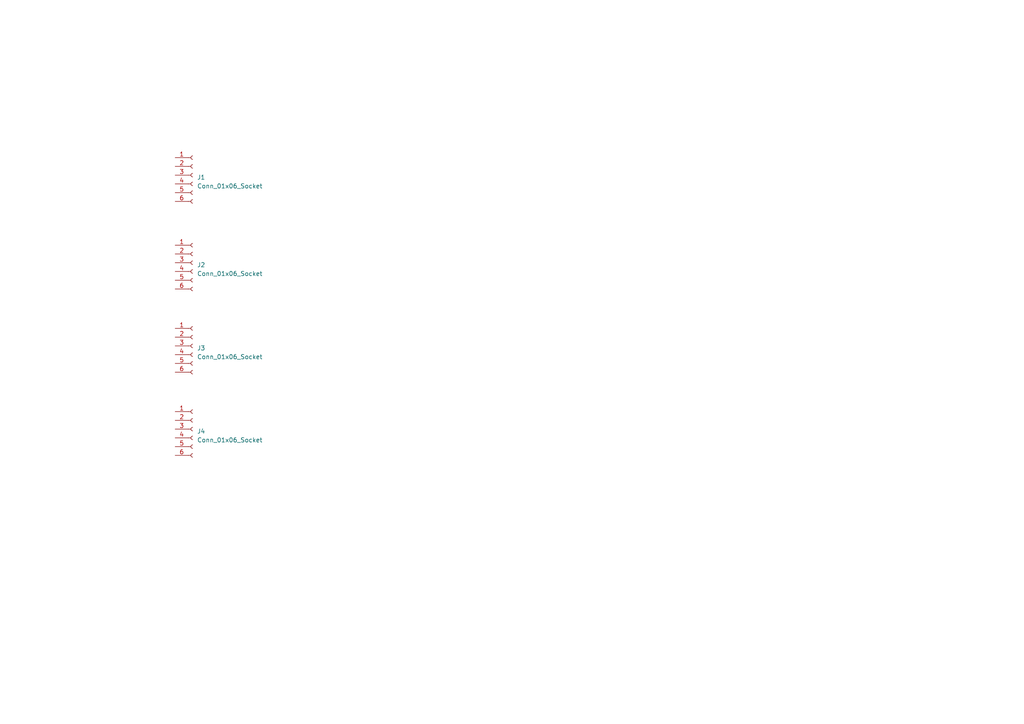
<source format=kicad_sch>
(kicad_sch (version 20230121) (generator eeschema)
  (paper "A4")
  (lib_symbols
    (symbol "Connector:Conn_01x06_Socket" (pin_names (offset 1.016) hide)
      (property "Reference" "J" (at 0 7.62 0))
      (property "Value" "Conn_01x06_Socket" (at 0 -10.16 0))
      (symbol "Conn_01x06_Socket_1_1"
        (arc (start 0 -7.112) (mid -0.5058 -7.62) (end 0 -8.128) (stroke (width 0.1524)))
        (arc (start 0 -4.572) (mid -0.5058 -5.08) (end 0 -5.588) (stroke (width 0.1524)))
        (arc (start 0 -2.032) (mid -0.5058 -2.54) (end 0 -3.048) (stroke (width 0.1524)))
        (polyline (pts (xy -1.27 -7.62) (xy -0.508 -7.62)) (stroke (width 0.1524)))
        (polyline (pts (xy -1.27 -5.08) (xy -0.508 -5.08)) (stroke (width 0.1524)))
        (polyline (pts (xy -1.27 -2.54) (xy -0.508 -2.54)) (stroke (width 0.1524)))
        (polyline (pts (xy -1.27 0) (xy -0.508 0)) (stroke (width 0.1524)))
        (polyline (pts (xy -1.27 2.54) (xy -0.508 2.54)) (stroke (width 0.1524)))
        (polyline (pts (xy -1.27 5.08) (xy -0.508 5.08)) (stroke (width 0.1524)))
        (arc (start 0 0.508) (mid -0.5058 0) (end 0 -0.508) (stroke (width 0.1524)))
        (arc (start 0 3.048) (mid -0.5058 2.54) (end 0 2.032) (stroke (width 0.1524)))
        (arc (start 0 5.588) (mid -0.5058 5.08) (end 0 4.572) (stroke (width 0.1524)))
        (pin passive line (at -5.08 5.08 0) (length 3.81) (name "Pin_1") (number "1"))
        (pin passive line (at -5.08 2.54 0) (length 3.81) (name "Pin_2") (number "2"))
        (pin passive line (at -5.08 0 0) (length 3.81) (name "Pin_3") (number "3"))
        (pin passive line (at -5.08 -2.54 0) (length 3.81) (name "Pin_4") (number "4"))
        (pin passive line (at -5.08 -5.08 0) (length 3.81) (name "Pin_5") (number "5"))
        (pin passive line (at -5.08 -7.62 0) (length 3.81) (name "Pin_6") (number "6"))
      )
    )
  )
  (symbol (lib_id "Connector:Conn_01x06_Socket") (at 55.88 50.8 0) (unit 1)
    (property "Reference" "J1" (at 57.15 51.435 0) (effects (justify left)))
    (property "Value" "Conn_01x06_Socket" (at 57.15 53.975 0) (effects (justify left)))
    (property "Footprint" "Connector_PinSocket_2.54mm:PinSocket_1x06_P2.54mm_Vertical" (effects hide))
  )
  (symbol (lib_id "Connector:Conn_01x06_Socket") (at 55.88 76.2 0) (unit 1)
    (property "Reference" "J2" (at 57.15 76.835 0) (effects (justify left)))
    (property "Value" "Conn_01x06_Socket" (at 57.15 79.375 0) (effects (justify left)))
    (property "Footprint" "Connector_PinSocket_2.54mm:PinSocket_1x06_P2.54mm_Vertical" (effects hide))
  )
  (symbol (lib_id "Connector:Conn_01x06_Socket") (at 55.88 100.33 0) (unit 1)
    (property "Reference" "J3" (at 57.15 100.965 0) (effects (justify left)))
    (property "Value" "Conn_01x06_Socket" (at 57.15 103.505 0) (effects (justify left)))
    (property "Footprint" "Connector_PinSocket_2.54mm:PinSocket_1x06_P2.54mm_Vertical" (effects hide))
  )
  (symbol (lib_id "Connector:Conn_01x06_Socket") (at 55.88 124.46 0) (unit 1)
    (property "Reference" "J4" (at 57.15 125.095 0) (effects (justify left)))
    (property "Value" "Conn_01x06_Socket" (at 57.15 127.635 0) (effects (justify left)))
    (property "Footprint" "Connector_PinSocket_2.54mm:PinSocket_1x06_P2.54mm_Vertical" (effects hide))
  )
)
</source>
